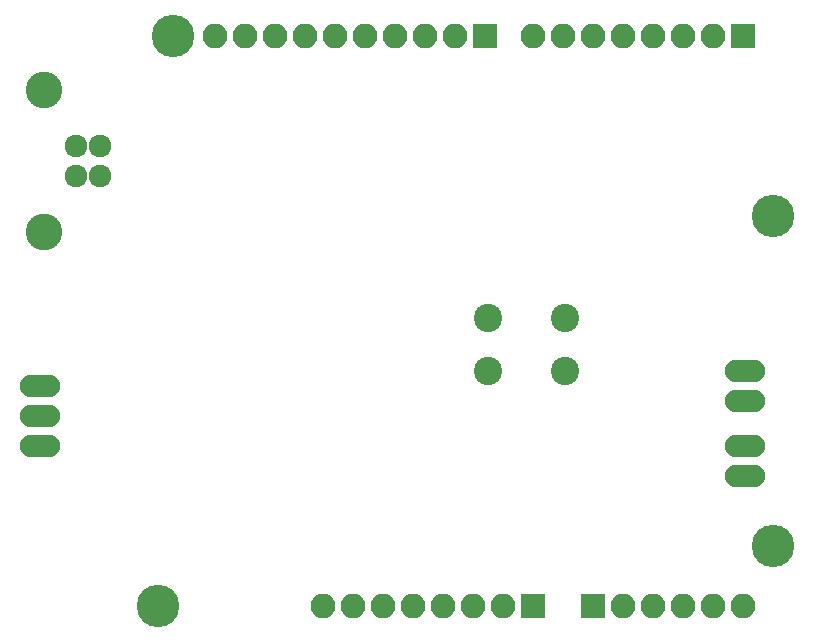
<source format=gbs>
G04 #@! TF.FileFunction,Soldermask,Bot*
%FSLAX46Y46*%
G04 Gerber Fmt 4.6, Leading zero omitted, Abs format (unit mm)*
G04 Created by KiCad (PCBNEW 4.0.7) date Sunday, September 09, 2018 'PMt' 03:54:26 PM*
%MOMM*%
%LPD*%
G01*
G04 APERTURE LIST*
%ADD10C,0.100000*%
%ADD11C,3.600000*%
%ADD12C,1.920000*%
%ADD13C,3.100000*%
%ADD14R,2.100000X2.100000*%
%ADD15O,2.100000X2.100000*%
%ADD16O,3.410000X1.910000*%
%ADD17C,2.400000*%
G04 APERTURE END LIST*
D10*
D11*
X130683000Y-63119000D03*
X129413000Y-111379000D03*
X181483000Y-78359000D03*
X181483000Y-106299000D03*
D12*
X124460000Y-72390000D03*
X124460000Y-74930000D03*
X122460000Y-74930000D03*
X122460000Y-72390000D03*
D13*
X119760000Y-67660000D03*
X119760000Y-79660000D03*
D14*
X157099000Y-63119000D03*
D15*
X154559000Y-63119000D03*
X152019000Y-63119000D03*
X149479000Y-63119000D03*
X146939000Y-63119000D03*
X144399000Y-63119000D03*
X141859000Y-63119000D03*
X139319000Y-63119000D03*
X136779000Y-63119000D03*
X134239000Y-63119000D03*
D14*
X166243000Y-111379000D03*
D15*
X168783000Y-111379000D03*
X171323000Y-111379000D03*
X173863000Y-111379000D03*
X176403000Y-111379000D03*
X178943000Y-111379000D03*
D14*
X161163000Y-111379000D03*
D15*
X158623000Y-111379000D03*
X156083000Y-111379000D03*
X153543000Y-111379000D03*
X151003000Y-111379000D03*
X148463000Y-111379000D03*
X145923000Y-111379000D03*
X143383000Y-111379000D03*
D14*
X178943000Y-63119000D03*
D15*
X176403000Y-63119000D03*
X173863000Y-63119000D03*
X171323000Y-63119000D03*
X168783000Y-63119000D03*
X166243000Y-63119000D03*
X163703000Y-63119000D03*
X161163000Y-63119000D03*
D16*
X179070000Y-93980000D03*
X179070000Y-91440000D03*
X179070000Y-100330000D03*
X179070000Y-97790000D03*
X119380000Y-97790000D03*
X119380000Y-95250000D03*
X119380000Y-92710000D03*
D17*
X163830000Y-86940000D03*
X163830000Y-91440000D03*
X157330000Y-86940000D03*
X157330000Y-91440000D03*
M02*

</source>
